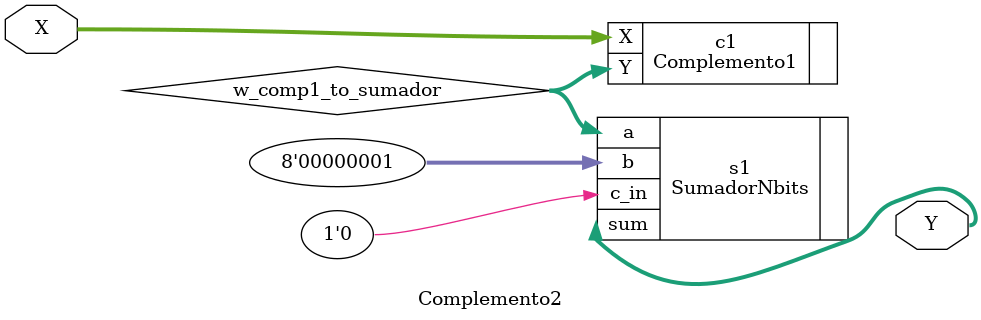
<source format=v>
`timescale 1ns / 1ps


module Complemento2 #(parameter N=8)(
    input [N-1:0] X,
    output[N-1:0]Y
);

wire [N-1:0] w_comp1_to_sumador;

Complemento1 c1(
    .X(X),
    .Y(w_comp1_to_sumador)
);

SumadorNbits s1(
    .a(w_comp1_to_sumador),
    .b(8'b00000001),
    //.b(1'b1),
    .c_in(1'b0),
    .sum(Y)
);

endmodule

</source>
